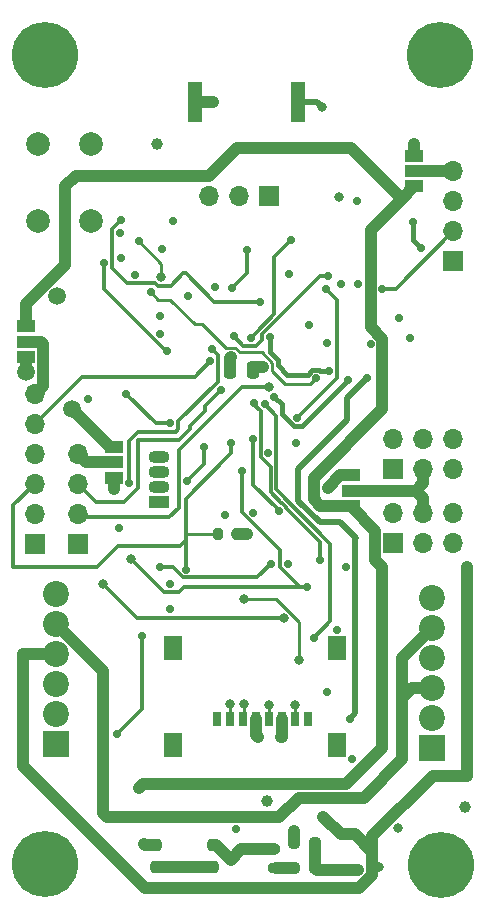
<source format=gbr>
%TF.GenerationSoftware,KiCad,Pcbnew,(7.0.0)*%
%TF.CreationDate,2023-07-06T10:13:40+01:00*%
%TF.ProjectId,wolf flight comp,776f6c66-2066-46c6-9967-687420636f6d,rev?*%
%TF.SameCoordinates,Original*%
%TF.FileFunction,Copper,L4,Bot*%
%TF.FilePolarity,Positive*%
%FSLAX46Y46*%
G04 Gerber Fmt 4.6, Leading zero omitted, Abs format (unit mm)*
G04 Created by KiCad (PCBNEW (7.0.0)) date 2023-07-06 10:13:40*
%MOMM*%
%LPD*%
G01*
G04 APERTURE LIST*
G04 Aperture macros list*
%AMRoundRect*
0 Rectangle with rounded corners*
0 $1 Rounding radius*
0 $2 $3 $4 $5 $6 $7 $8 $9 X,Y pos of 4 corners*
0 Add a 4 corners polygon primitive as box body*
4,1,4,$2,$3,$4,$5,$6,$7,$8,$9,$2,$3,0*
0 Add four circle primitives for the rounded corners*
1,1,$1+$1,$2,$3*
1,1,$1+$1,$4,$5*
1,1,$1+$1,$6,$7*
1,1,$1+$1,$8,$9*
0 Add four rect primitives between the rounded corners*
20,1,$1+$1,$2,$3,$4,$5,0*
20,1,$1+$1,$4,$5,$6,$7,0*
20,1,$1+$1,$6,$7,$8,$9,0*
20,1,$1+$1,$8,$9,$2,$3,0*%
G04 Aperture macros list end*
%TA.AperFunction,ComponentPad*%
%ADD10R,1.700000X1.700000*%
%TD*%
%TA.AperFunction,ComponentPad*%
%ADD11O,1.700000X1.700000*%
%TD*%
%TA.AperFunction,ComponentPad*%
%ADD12R,2.200000X2.200000*%
%TD*%
%TA.AperFunction,ComponentPad*%
%ADD13C,2.200000*%
%TD*%
%TA.AperFunction,ComponentPad*%
%ADD14C,5.600000*%
%TD*%
%TA.AperFunction,ComponentPad*%
%ADD15R,1.800000X1.070000*%
%TD*%
%TA.AperFunction,ComponentPad*%
%ADD16O,1.800000X1.070000*%
%TD*%
%TA.AperFunction,ComponentPad*%
%ADD17C,2.000000*%
%TD*%
%TA.AperFunction,SMDPad,CuDef*%
%ADD18RoundRect,0.237500X0.237500X-0.250000X0.237500X0.250000X-0.237500X0.250000X-0.237500X-0.250000X0*%
%TD*%
%TA.AperFunction,SMDPad,CuDef*%
%ADD19R,1.500000X1.000000*%
%TD*%
%TA.AperFunction,SMDPad,CuDef*%
%ADD20RoundRect,0.200000X-0.200000X-0.275000X0.200000X-0.275000X0.200000X0.275000X-0.200000X0.275000X0*%
%TD*%
%TA.AperFunction,SMDPad,CuDef*%
%ADD21R,1.500000X2.000000*%
%TD*%
%TA.AperFunction,SMDPad,CuDef*%
%ADD22R,0.800000X1.200000*%
%TD*%
%TA.AperFunction,SMDPad,CuDef*%
%ADD23RoundRect,0.200000X0.275000X-0.200000X0.275000X0.200000X-0.275000X0.200000X-0.275000X-0.200000X0*%
%TD*%
%TA.AperFunction,SMDPad,CuDef*%
%ADD24RoundRect,0.250000X0.250000X0.475000X-0.250000X0.475000X-0.250000X-0.475000X0.250000X-0.475000X0*%
%TD*%
%TA.AperFunction,SMDPad,CuDef*%
%ADD25RoundRect,0.237500X0.250000X0.237500X-0.250000X0.237500X-0.250000X-0.237500X0.250000X-0.237500X0*%
%TD*%
%TA.AperFunction,SMDPad,CuDef*%
%ADD26RoundRect,0.237500X-0.250000X-0.237500X0.250000X-0.237500X0.250000X0.237500X-0.250000X0.237500X0*%
%TD*%
%TA.AperFunction,SMDPad,CuDef*%
%ADD27R,1.300000X3.400000*%
%TD*%
%TA.AperFunction,SMDPad,CuDef*%
%ADD28RoundRect,0.237500X-0.237500X0.250000X-0.237500X-0.250000X0.237500X-0.250000X0.237500X0.250000X0*%
%TD*%
%TA.AperFunction,ViaPad*%
%ADD29C,0.700000*%
%TD*%
%TA.AperFunction,ViaPad*%
%ADD30C,1.000000*%
%TD*%
%TA.AperFunction,ViaPad*%
%ADD31C,0.800000*%
%TD*%
%TA.AperFunction,ViaPad*%
%ADD32C,1.500000*%
%TD*%
%TA.AperFunction,Conductor*%
%ADD33C,0.300000*%
%TD*%
%TA.AperFunction,Conductor*%
%ADD34C,1.000000*%
%TD*%
%TA.AperFunction,Conductor*%
%ADD35C,0.508000*%
%TD*%
%TA.AperFunction,Conductor*%
%ADD36C,0.254000*%
%TD*%
%TA.AperFunction,Conductor*%
%ADD37C,0.250000*%
%TD*%
%TA.AperFunction,Conductor*%
%ADD38C,0.400000*%
%TD*%
G04 APERTURE END LIST*
D10*
%TO.P,J10,1,Pin_1*%
%TO.N,GND*%
X181999999Y-75879999D03*
D11*
%TO.P,J10,2,Pin_2*%
%TO.N,SDA*%
X181999999Y-73339999D03*
%TO.P,J10,3,Pin_3*%
%TO.N,SCL*%
X181999999Y-70799999D03*
%TO.P,J10,4,Pin_4*%
%TO.N,I2C POWER*%
X181999999Y-68259999D03*
%TD*%
D12*
%TO.P,J7,1,Pin_1*%
%TO.N,+BATT*%
X180212999Y-117093999D03*
D13*
%TO.P,J7,2,Pin_2*%
%TO.N,GND*%
X180213000Y-114554000D03*
%TO.P,J7,3,Pin_3*%
%TO.N,ARM-*%
X180213000Y-112014000D03*
%TO.P,J7,4,Pin_4*%
%TO.N,P1-*%
X180213000Y-109474000D03*
%TO.P,J7,5,Pin_5*%
%TO.N,ARM-*%
X180213000Y-106934000D03*
%TO.P,J7,6,Pin_6*%
%TO.N,P2-*%
X180213000Y-104394000D03*
%TD*%
D10*
%TO.P,J6,1,Pin_1*%
%TO.N,SERVO1*%
X176910999Y-99694999D03*
D11*
%TO.P,J6,2,Pin_2*%
%TO.N,SERVO2*%
X176910999Y-97154999D03*
%TO.P,J6,3,Pin_3*%
%TO.N,SERVO POWER*%
X179450999Y-99694999D03*
%TO.P,J6,4,Pin_4*%
X179450999Y-97154999D03*
%TO.P,J6,5,Pin_5*%
%TO.N,GND*%
X181990999Y-99694999D03*
%TO.P,J6,6,Pin_6*%
X181990999Y-97154999D03*
%TD*%
D10*
%TO.P,J2,1,Pin_1*%
%TO.N,GND*%
X150240999Y-99821999D03*
D11*
%TO.P,J2,2,Pin_2*%
%TO.N,USART1 TX*%
X150240999Y-97281999D03*
%TO.P,J2,3,Pin_3*%
%TO.N,USART1 RX*%
X150240999Y-94741999D03*
%TO.P,J2,4,Pin_4*%
%TO.N,UART POWER*%
X150240999Y-92201999D03*
%TD*%
D14*
%TO.P,H4,1,1*%
%TO.N,GND*%
X147447000Y-126873000D03*
%TD*%
D15*
%TO.P,D2,1,RA*%
%TO.N,LED RED*%
X157098999Y-96265999D03*
D16*
%TO.P,D2,2,BA*%
%TO.N,LED GREEN*%
X157098999Y-94995999D03*
%TO.P,D2,3,K*%
%TO.N,Net-(D2-K)*%
X157098999Y-93725999D03*
%TO.P,D2,4,GA*%
%TO.N,LED BLUE*%
X157098999Y-92455999D03*
%TD*%
D10*
%TO.P,J5,1,Pin_1*%
%TO.N,SERVO3*%
X176910999Y-93471999D03*
D11*
%TO.P,J5,2,Pin_2*%
%TO.N,SERVO4*%
X176910999Y-90931999D03*
%TO.P,J5,3,Pin_3*%
%TO.N,SERVO POWER*%
X179450999Y-93471999D03*
%TO.P,J5,4,Pin_4*%
X179450999Y-90931999D03*
%TO.P,J5,5,Pin_5*%
%TO.N,GND*%
X181990999Y-93471999D03*
%TO.P,J5,6,Pin_6*%
X181990999Y-90931999D03*
%TD*%
D10*
%TO.P,J3,1,Pin_1*%
%TO.N,GND*%
X146557999Y-99821999D03*
D11*
%TO.P,J3,2,Pin_2*%
%TO.N,MOSI*%
X146557999Y-97281999D03*
%TO.P,J3,3,Pin_3*%
%TO.N,MISO*%
X146557999Y-94741999D03*
%TO.P,J3,4,Pin_4*%
%TO.N,SCK*%
X146557999Y-92201999D03*
%TO.P,J3,5,Pin_5*%
%TO.N,CS BRKOUT*%
X146557999Y-89661999D03*
%TO.P,J3,6,Pin_6*%
%TO.N,SPI POWER*%
X146557999Y-87121999D03*
%TD*%
D12*
%TO.P,J4,1,Pin_1*%
%TO.N,PB2*%
X148335999Y-116712999D03*
D13*
%TO.P,J4,2,Pin_2*%
%TO.N,+3V3*%
X148336000Y-114173000D03*
%TO.P,J4,3,Pin_3*%
%TO.N,GND*%
X148336000Y-111633000D03*
%TO.P,J4,4,Pin_4*%
%TO.N,+12V*%
X148336000Y-109093000D03*
%TO.P,J4,5,Pin_5*%
%TO.N,ARM-*%
X148336000Y-106553000D03*
%TO.P,J4,6,Pin_6*%
%TO.N,PC14*%
X148336000Y-104013000D03*
%TD*%
D10*
%TO.P,J9,1,Pin_1*%
%TO.N,GND*%
X166369999Y-70357999D03*
D11*
%TO.P,J9,2,Pin_2*%
%TO.N,Net-(J9-Pin_2)*%
X163829999Y-70357999D03*
%TO.P,J9,3,Pin_3*%
%TO.N,+3V3*%
X161289999Y-70357999D03*
%TD*%
D14*
%TO.P,H1,1,1*%
%TO.N,GND*%
X180975000Y-127000000D03*
%TD*%
%TO.P,H2,1,1*%
%TO.N,GND*%
X147447000Y-58420000D03*
%TD*%
%TO.P,H3,1,1*%
%TO.N,GND*%
X180848000Y-58420000D03*
%TD*%
D17*
%TO.P,SW1,1,1*%
%TO.N,GND*%
X146848000Y-72465000D03*
X146848000Y-65965000D03*
%TO.P,SW1,2,2*%
%TO.N,RESET*%
X151348000Y-72465000D03*
X151348000Y-65965000D03*
%TD*%
D18*
%TO.P,R2,1*%
%TO.N,Net-(U2-ADJ)*%
X161671000Y-127150500D03*
%TO.P,R2,2*%
%TO.N,GND*%
X161671000Y-125325500D03*
%TD*%
D19*
%TO.P,JP2,1,A*%
%TO.N,+3V3*%
X153249999Y-94199999D03*
%TO.P,JP2,2,C*%
%TO.N,UART POWER*%
X153249999Y-92899999D03*
%TO.P,JP2,3,B*%
%TO.N,+5V*%
X153249999Y-91599999D03*
%TD*%
D20*
%TO.P,R15,1*%
%TO.N,MISO*%
X162050000Y-98950000D03*
%TO.P,R15,2*%
%TO.N,GND*%
X163700000Y-98950000D03*
%TD*%
D19*
%TO.P,JP4,1,A*%
%TO.N,+3V3*%
X178699999Y-66949999D03*
%TO.P,JP4,2,C*%
%TO.N,I2C POWER*%
X178699999Y-68249999D03*
%TO.P,JP4,3,B*%
%TO.N,+5V*%
X178699999Y-69549999D03*
%TD*%
D21*
%TO.P,J8,MP1,MP1*%
%TO.N,unconnected-(J8-PadMP1)*%
X172171999Y-116838999D03*
%TO.P,J8,MP2,MP2*%
%TO.N,unconnected-(J8-PadMP2)*%
X158281999Y-116838999D03*
%TO.P,J8,MP3,MP3*%
%TO.N,unconnected-(J8-PadMP3)*%
X158281999Y-108638999D03*
%TO.P,J8,MP4,MP4*%
%TO.N,unconnected-(J8-PadMP4)*%
X172171999Y-108638999D03*
D22*
%TO.P,J8,P1,DAT2*%
%TO.N,unconnected-(J8-DAT2-PadP1)*%
X162001999Y-114638999D03*
%TO.P,J8,P2,CD/DAT3*%
%TO.N,Net-(J8-CD{slash}DAT3)*%
X163101999Y-114638999D03*
%TO.P,J8,P3,CMD*%
%TO.N,Net-(J8-CMD)*%
X164201999Y-114638999D03*
%TO.P,J8,P4,VDD*%
%TO.N,+3V3*%
X165301999Y-114638999D03*
%TO.P,J8,P5,CLK*%
%TO.N,Net-(J8-CLK)*%
X166401999Y-114638999D03*
%TO.P,J8,P6,VSS*%
%TO.N,GND*%
X167501999Y-114638999D03*
%TO.P,J8,P7,DAT0*%
%TO.N,Net-(J8-DAT0)*%
X168601999Y-114638999D03*
%TO.P,J8,P8,DAT1*%
%TO.N,unconnected-(J8-DAT1-PadP8)*%
X169701999Y-114638999D03*
%TD*%
D23*
%TO.P,R24,1*%
%TO.N,Net-(R1-Pad2)*%
X166850000Y-127275000D03*
%TO.P,R24,2*%
%TO.N,GND*%
X166850000Y-125625000D03*
%TD*%
D24*
%TO.P,C13,1*%
%TO.N,GND*%
X165034000Y-85090000D03*
%TO.P,C13,2*%
%TO.N,+3V3*%
X163134000Y-85090000D03*
%TD*%
D25*
%TO.P,R1,1*%
%TO.N,Net-(U1-ADJ)*%
X170330500Y-127254000D03*
%TO.P,R1,2*%
%TO.N,Net-(R1-Pad2)*%
X168505500Y-127254000D03*
%TD*%
D19*
%TO.P,JP3,1,A*%
%TO.N,+3V3*%
X145849999Y-83999999D03*
%TO.P,JP3,2,C*%
%TO.N,SPI POWER*%
X145849999Y-82699999D03*
%TO.P,JP3,3,B*%
%TO.N,+5V*%
X145849999Y-81399999D03*
%TD*%
%TO.P,JP1,1,A*%
%TO.N,+12V*%
X173299999Y-93999999D03*
%TO.P,JP1,2,C*%
%TO.N,SERVO POWER*%
X173299999Y-95299999D03*
%TO.P,JP1,3,B*%
%TO.N,+5V*%
X173299999Y-96599999D03*
%TD*%
D26*
%TO.P,R4,1*%
%TO.N,+3V3*%
X168505500Y-125095000D03*
%TO.P,R4,2*%
%TO.N,Net-(U1-ADJ)*%
X170330500Y-125095000D03*
%TD*%
D27*
%TO.P,LS1,1,+*%
%TO.N,BUZZER*%
X168849999Y-62399999D03*
%TO.P,LS1,2,-*%
%TO.N,GND*%
X160149999Y-62399999D03*
%TD*%
D28*
%TO.P,R5,1*%
%TO.N,+5V*%
X156845000Y-125325500D03*
%TO.P,R5,2*%
%TO.N,Net-(U2-ADJ)*%
X156845000Y-127150500D03*
%TD*%
D29*
%TO.N,GND*%
X171323000Y-112369600D03*
X161800000Y-78050000D03*
X158038800Y-105359200D03*
X172135800Y-107137200D03*
X166350000Y-92150000D03*
D30*
X183000000Y-122100000D03*
D29*
X153850000Y-75600000D03*
X158050000Y-89611200D03*
D30*
X161650000Y-62400000D03*
D29*
X163144200Y-126542800D03*
X171336459Y-82786459D03*
D31*
X177350000Y-123850000D03*
D29*
X173950000Y-77800000D03*
D32*
X148463000Y-78841600D03*
D29*
X163626800Y-123952000D03*
X162687000Y-97358200D03*
X178300000Y-82400000D03*
X165900000Y-84800000D03*
X164550000Y-98950000D03*
X154300000Y-87100000D03*
X172950000Y-101800000D03*
X173385891Y-118024223D03*
X153700000Y-98450000D03*
X157302200Y-74828400D03*
X157150000Y-80500000D03*
X175000000Y-82900000D03*
X153750000Y-73500000D03*
D31*
X172300000Y-70450000D03*
D30*
X167450000Y-116200000D03*
D29*
%TO.N,+5V*%
X155778200Y-125247400D03*
X145850000Y-79474701D03*
D32*
X149700000Y-88350000D03*
D30*
X155400000Y-120500000D03*
%TO.N,+12V*%
X171350000Y-95100000D03*
D31*
X175700000Y-127150000D03*
D30*
X171000000Y-122900000D03*
X183150000Y-101750000D03*
%TO.N,+3V3*%
X178700000Y-65950000D03*
D29*
X169750000Y-81250000D03*
X159500000Y-78850000D03*
X173850000Y-70800000D03*
X168700000Y-91300000D03*
X165076608Y-97177314D03*
X151050000Y-87550000D03*
X158250000Y-72500000D03*
D30*
X165500000Y-116150000D03*
D32*
X145850500Y-85250000D03*
D29*
X157150000Y-82050000D03*
X153250000Y-95150000D03*
X168000000Y-101500000D03*
D30*
X166250000Y-121550000D03*
X156900000Y-65950000D03*
D29*
X163200000Y-84000000D03*
X177400000Y-80700000D03*
X168050000Y-76950000D03*
X168500000Y-124102000D03*
X172450000Y-77800000D03*
X155050000Y-77050000D03*
X158000000Y-103200000D03*
%TO.N,Net-(U1-ADJ)*%
X173950000Y-127400000D03*
%TO.N,BOOT0*%
X163300000Y-78150000D03*
X164550000Y-74900000D03*
%TO.N,VBUS*%
X174700000Y-85800000D03*
X173250000Y-114600000D03*
%TO.N,LED RED*%
X160900000Y-91650000D03*
X159449500Y-94500000D03*
%TO.N,SCK*%
X169600000Y-103450000D03*
D31*
X154750000Y-101100000D03*
D29*
X164100000Y-93600000D03*
%TO.N,MISO*%
X159350000Y-102000000D03*
D31*
X164250000Y-104500000D03*
D29*
X163200000Y-91250000D03*
D31*
X168925000Y-109625000D03*
%TO.N,MOSI*%
X167650000Y-106100000D03*
X152300000Y-103200000D03*
%TO.N,USART1 TX*%
X166400000Y-86500000D03*
D29*
%TO.N,USART1 RX*%
X162350000Y-86800000D03*
%TO.N,SCL*%
X153850000Y-72400000D03*
X165600000Y-79300000D03*
%TO.N,SDA*%
X175999500Y-78200000D03*
D31*
%TO.N,BUZZER*%
X170900000Y-62800000D03*
D29*
X179250000Y-74800000D03*
X178550000Y-72600000D03*
X166850000Y-87350000D03*
X173100000Y-85900000D03*
%TO.N,ACCEL INT1*%
X152400000Y-76000000D03*
X157800000Y-83500000D03*
%TO.N,BARO INT*%
X170350000Y-85800000D03*
X155350000Y-74200000D03*
D31*
X157250000Y-77250500D03*
D29*
X156400000Y-78500000D03*
%TO.N,ACCEL INT2*%
X164850000Y-82350000D03*
X168250000Y-74100000D03*
%TO.N,GYRO INT4*%
X168800000Y-89150000D03*
X171200000Y-78200500D03*
%TO.N,GYRO INT3*%
X163400000Y-82250000D03*
X171400000Y-77100000D03*
%TO.N,SERVO4*%
X166450000Y-82300000D03*
X171500000Y-85150000D03*
%TO.N,P2 EN*%
X165150000Y-87900000D03*
X170750000Y-101200000D03*
%TO.N,P1 EN*%
X170174276Y-107760372D03*
X166029763Y-87992590D03*
D31*
%TO.N,Net-(J8-CD{slash}DAT3)*%
X163100000Y-113400000D03*
%TO.N,Net-(J8-CMD)*%
X164250000Y-113400000D03*
%TO.N,Net-(J8-CLK)*%
X166400000Y-113450000D03*
%TO.N,Net-(J8-DAT0)*%
X168600000Y-113450000D03*
D29*
%TO.N,Net-(U2-ADJ)*%
X160600000Y-127200000D03*
%TO.N,CS BRKOUT*%
X161400000Y-84350000D03*
%TO.N,PC14*%
X154500000Y-94650000D03*
X161550000Y-83350000D03*
%TO.N,PB2*%
X155650000Y-107600000D03*
X167208931Y-96991069D03*
X166550000Y-101500000D03*
X165050500Y-90900000D03*
X157200000Y-101800000D03*
X153550000Y-115900000D03*
%TD*%
D33*
%TO.N,GND*%
X156811200Y-89611200D02*
X158050000Y-89611200D01*
D34*
X163700000Y-98950000D02*
X164550000Y-98950000D01*
X160150000Y-62400000D02*
X161650000Y-62400000D01*
X161926900Y-125325500D02*
X163144200Y-126542800D01*
X167502000Y-116148000D02*
X167502000Y-114639000D01*
X164062000Y-125625000D02*
X163144200Y-126542800D01*
X167450000Y-116200000D02*
X167502000Y-116148000D01*
X165324000Y-84800000D02*
X165034000Y-85090000D01*
D33*
X154300000Y-87100000D02*
X156811200Y-89611200D01*
D34*
X166850000Y-125625000D02*
X164062000Y-125625000D01*
X161671000Y-125325500D02*
X161926900Y-125325500D01*
X165900000Y-84800000D02*
X165324000Y-84800000D01*
%TO.N,+5V*%
X155400000Y-120500000D02*
X155750000Y-120150000D01*
X156845000Y-125325500D02*
X155856300Y-125325500D01*
X170200000Y-96050000D02*
X170200000Y-94200000D01*
X152950000Y-91600000D02*
X153250000Y-91600000D01*
X149150000Y-69520000D02*
X149150000Y-76174701D01*
X177625000Y-70625000D02*
X173300000Y-66300000D01*
X155750000Y-120150000D02*
X172907014Y-120150000D01*
X176000000Y-82485786D02*
X175000000Y-81485786D01*
X177625000Y-70625000D02*
X178700000Y-69550000D01*
X170200000Y-94200000D02*
X176000000Y-88400000D01*
X176000000Y-117057014D02*
X176000000Y-101784000D01*
X175000000Y-73250000D02*
X177625000Y-70625000D01*
X173300000Y-96600000D02*
X170750000Y-96600000D01*
X149700000Y-88350000D02*
X152950000Y-91600000D01*
X172907014Y-120150000D02*
X176000000Y-117057014D01*
X161350000Y-68650000D02*
X150020000Y-68650000D01*
X155856300Y-125325500D02*
X155778200Y-125247400D01*
X175000000Y-81485786D02*
X175000000Y-73250000D01*
X175411000Y-101195000D02*
X175411000Y-98711000D01*
X150020000Y-68650000D02*
X149150000Y-69520000D01*
X175411000Y-98711000D02*
X173300000Y-96600000D01*
X176000000Y-88400000D02*
X176000000Y-82485786D01*
X170750000Y-96600000D02*
X170200000Y-96050000D01*
X145850000Y-79474701D02*
X145850000Y-81400000D01*
X173300000Y-66300000D02*
X163700000Y-66300000D01*
X149150000Y-76174701D02*
X145850000Y-79474701D01*
X163700000Y-66300000D02*
X161350000Y-68650000D01*
X176000000Y-101784000D02*
X175411000Y-101195000D01*
%TO.N,+12V*%
X175150000Y-125900000D02*
X175150000Y-124565075D01*
X172500000Y-124400000D02*
X173650000Y-124400000D01*
X175150000Y-125900000D02*
X175150000Y-127826346D01*
X172400000Y-94000000D02*
X173300000Y-94000000D01*
X173650000Y-124400000D02*
X175150000Y-125900000D01*
X145600000Y-109150000D02*
X145657000Y-109093000D01*
X180265075Y-119450000D02*
X183200000Y-119450000D01*
X171350000Y-95050000D02*
X172400000Y-94000000D01*
X171000000Y-122900000D02*
X172500000Y-124400000D01*
X145657000Y-109093000D02*
X148336000Y-109093000D01*
X183200000Y-101800000D02*
X183150000Y-101750000D01*
X175150000Y-124565075D02*
X180265075Y-119450000D01*
X183200000Y-119450000D02*
X183200000Y-101800000D01*
X174026346Y-128950000D02*
X155900000Y-128950000D01*
X145600000Y-118650000D02*
X145600000Y-109150000D01*
X175150000Y-127826346D02*
X174026346Y-128950000D01*
X171350000Y-95100000D02*
X171350000Y-95050000D01*
X155900000Y-128950000D02*
X145600000Y-118650000D01*
%TO.N,+3V3*%
X168505500Y-124107500D02*
X168500000Y-124102000D01*
X168505500Y-125095000D02*
X168505500Y-124107500D01*
X163134000Y-85090000D02*
X163134000Y-84066000D01*
X163134000Y-84066000D02*
X163200000Y-84000000D01*
X165302000Y-115952000D02*
X165500000Y-116150000D01*
X145850000Y-84000000D02*
X145850000Y-85249500D01*
X153250000Y-95150000D02*
X153250000Y-94200000D01*
X145850000Y-85249500D02*
X145850500Y-85250000D01*
X165302000Y-114639000D02*
X165302000Y-115952000D01*
X178700000Y-66950000D02*
X178700000Y-65950000D01*
%TO.N,Net-(U1-ADJ)*%
X170476500Y-127400000D02*
X170330500Y-127254000D01*
X173950000Y-127400000D02*
X170476500Y-127400000D01*
X170330500Y-127254000D02*
X170330500Y-125095000D01*
D33*
%TO.N,BOOT0*%
X163300000Y-78150000D02*
X164550000Y-76900000D01*
X164550000Y-76900000D02*
X164550000Y-74900000D01*
D35*
%TO.N,VBUS*%
X173750000Y-99350000D02*
X172400000Y-98000000D01*
X173250000Y-114600000D02*
X173704000Y-114146000D01*
X173704000Y-99396000D02*
X173750000Y-99350000D01*
X172400000Y-98000000D02*
X170700000Y-98000000D01*
X173000000Y-87500000D02*
X174700000Y-85800000D01*
X173704000Y-114146000D02*
X173704000Y-99396000D01*
X168850000Y-93450000D02*
X173000000Y-89300000D01*
X168850000Y-96150000D02*
X168850000Y-93450000D01*
X170700000Y-98000000D02*
X168850000Y-96150000D01*
X173000000Y-89300000D02*
X173000000Y-87500000D01*
D33*
%TO.N,LED RED*%
X160900000Y-91650000D02*
X160900000Y-93049500D01*
X160900000Y-93049500D02*
X159449500Y-94500000D01*
%TO.N,SCK*%
X158769239Y-103850000D02*
X157500000Y-103850000D01*
X164100000Y-93600000D02*
X164100000Y-97119239D01*
X167350000Y-100350000D02*
X167350000Y-101769239D01*
X164100000Y-97119239D02*
X164830761Y-97850000D01*
X164850000Y-97850000D02*
X167350000Y-100350000D01*
X167350000Y-101769239D02*
X169030761Y-103450000D01*
X157500000Y-103850000D02*
X154750000Y-101100000D01*
X164830761Y-97850000D02*
X164850000Y-97850000D01*
X169600000Y-103450000D02*
X159169239Y-103450000D01*
X159169239Y-103450000D02*
X158769239Y-103850000D01*
X169030761Y-103450000D02*
X169600000Y-103450000D01*
%TO.N,MISO*%
X162878000Y-92456000D02*
X159350000Y-95984000D01*
X151850000Y-101750000D02*
X144750000Y-101750000D01*
D36*
X159400000Y-98950000D02*
X159350000Y-99000000D01*
X162050000Y-98950000D02*
X159400000Y-98950000D01*
D33*
X163200000Y-92134000D02*
X162878000Y-92456000D01*
X158900000Y-99950000D02*
X153650000Y-99950000D01*
X159350000Y-99500000D02*
X159350000Y-102000000D01*
X144750000Y-101750000D02*
X144750000Y-96550000D01*
X163200000Y-91250000D02*
X163200000Y-92134000D01*
X159350000Y-99500000D02*
X158900000Y-99950000D01*
X159350000Y-99000000D02*
X159350000Y-99500000D01*
X153650000Y-99950000D02*
X151850000Y-101750000D01*
D37*
X168925000Y-106420405D02*
X167004595Y-104500000D01*
D33*
X144750000Y-96550000D02*
X146558000Y-94742000D01*
D37*
X167004595Y-104500000D02*
X164250000Y-104500000D01*
D33*
X159350000Y-95984000D02*
X159350000Y-99000000D01*
D37*
X168925000Y-109625000D02*
X168925000Y-106420405D01*
D33*
%TO.N,MOSI*%
X167650000Y-106100000D02*
X155200000Y-106100000D01*
X155200000Y-106100000D02*
X152300000Y-103200000D01*
D34*
%TO.N,ARM-*%
X168900000Y-121300000D02*
X174400000Y-121300000D01*
X177650000Y-109497000D02*
X180213000Y-106934000D01*
X177650000Y-112850000D02*
X178486000Y-112014000D01*
X174400000Y-121300000D02*
X177650000Y-118050000D01*
X167248000Y-122952000D02*
X168900000Y-121300000D01*
X152350000Y-110567000D02*
X152350000Y-122600000D01*
X152702000Y-122952000D02*
X167248000Y-122952000D01*
X148336000Y-106553000D02*
X152350000Y-110567000D01*
X177650000Y-112850000D02*
X177650000Y-109497000D01*
X152350000Y-122600000D02*
X152702000Y-122952000D01*
X178486000Y-112014000D02*
X180213000Y-112014000D01*
X177650000Y-118050000D02*
X177650000Y-112850000D01*
D33*
%TO.N,USART1 TX*%
X164150000Y-86500000D02*
X158750000Y-91900000D01*
X166400000Y-86500000D02*
X164150000Y-86500000D01*
X158750000Y-91900000D02*
X158750000Y-96750000D01*
X157950000Y-97550000D02*
X150509000Y-97550000D01*
X150509000Y-97550000D02*
X150241000Y-97282000D01*
X158750000Y-96750000D02*
X157950000Y-97550000D01*
%TO.N,USART1 RX*%
X155300000Y-91000000D02*
X155300000Y-95100000D01*
X155300000Y-95100000D02*
X154150000Y-96250000D01*
X159748400Y-89801600D02*
X159748400Y-90066835D01*
X158815235Y-91000000D02*
X155300000Y-91000000D01*
X162350000Y-86800000D02*
X161000000Y-88150000D01*
X154150000Y-96250000D02*
X151749000Y-96250000D01*
X161000000Y-88550000D02*
X159748400Y-89801600D01*
X161000000Y-88150000D02*
X161000000Y-88550000D01*
X151749000Y-96250000D02*
X150241000Y-94742000D01*
X159748400Y-90066835D02*
X158815235Y-91000000D01*
%TO.N,SCL*%
X154400000Y-77750000D02*
X153100000Y-76450000D01*
X153100000Y-76450000D02*
X153100000Y-73150000D01*
X165600000Y-79300000D02*
X161750000Y-79300000D01*
X159150000Y-76900000D02*
X158099500Y-77950500D01*
X161750000Y-79300000D02*
X159350000Y-76900000D01*
X153100000Y-73150000D02*
X153850000Y-72400000D01*
X159350000Y-76900000D02*
X159150000Y-76900000D01*
X156960050Y-77950500D02*
X156759550Y-77750000D01*
X156759550Y-77750000D02*
X154400000Y-77750000D01*
X158099500Y-77950500D02*
X156960050Y-77950500D01*
%TO.N,SDA*%
X175999500Y-78200000D02*
X177140000Y-78200000D01*
X177140000Y-78200000D02*
X182000000Y-73340000D01*
D35*
%TO.N,BUZZER*%
X170500000Y-62400000D02*
X170900000Y-62800000D01*
D38*
X178550000Y-74100000D02*
X179250000Y-74800000D01*
X178550000Y-72600000D02*
X178550000Y-74100000D01*
D35*
X168850000Y-62400000D02*
X170500000Y-62400000D01*
D38*
X173100000Y-85900000D02*
X169150000Y-89850000D01*
X168510050Y-89850000D02*
X167500000Y-88839950D01*
X169150000Y-89850000D02*
X168510050Y-89850000D01*
X167500000Y-88839950D02*
X167500000Y-88000000D01*
X167500000Y-88000000D02*
X166850000Y-87350000D01*
D33*
%TO.N,ACCEL INT1*%
X152400000Y-78219239D02*
X152400000Y-76000000D01*
X157800000Y-83500000D02*
X157680761Y-83500000D01*
X157680761Y-83500000D02*
X152400000Y-78219239D01*
D36*
%TO.N,BARO INT*%
X167750000Y-86250000D02*
X166677000Y-85177000D01*
X157023000Y-79123000D02*
X156400000Y-78500000D01*
X158023000Y-79123000D02*
X157023000Y-79123000D01*
X155350000Y-74200000D02*
X157250000Y-76100000D01*
X163898844Y-83600000D02*
X163521844Y-83223000D01*
X162723000Y-83223000D02*
X160700000Y-81200000D01*
X169900000Y-86250000D02*
X167750000Y-86250000D01*
X160700000Y-81200000D02*
X160100000Y-81200000D01*
X160100000Y-81200000D02*
X158023000Y-79123000D01*
X170350000Y-85800000D02*
X169900000Y-86250000D01*
X166677000Y-84478156D02*
X165798844Y-83600000D01*
X166677000Y-85177000D02*
X166677000Y-84478156D01*
X163521844Y-83223000D02*
X162723000Y-83223000D01*
X157250000Y-76100000D02*
X157250000Y-77250500D01*
X165798844Y-83600000D02*
X163898844Y-83600000D01*
D33*
%TO.N,ACCEL INT2*%
X165350000Y-81850000D02*
X165350000Y-81844365D01*
X166850000Y-80344365D02*
X166850000Y-75500000D01*
X164850000Y-82350000D02*
X165350000Y-81850000D01*
X166850000Y-75500000D02*
X168250000Y-74100000D01*
X165350000Y-81844365D02*
X166850000Y-80344365D01*
%TO.N,GYRO INT4*%
X172150000Y-79150500D02*
X172150000Y-85800000D01*
X171200000Y-78200500D02*
X172150000Y-79150500D01*
X172150000Y-85800000D02*
X168800000Y-89150000D01*
%TO.N,GYRO INT3*%
X164198643Y-83048643D02*
X163400000Y-82250000D01*
X165324357Y-83048643D02*
X164198643Y-83048643D01*
X171400000Y-77100000D02*
X170730761Y-77100000D01*
X165800000Y-82030761D02*
X165800000Y-82573000D01*
X170730761Y-77100000D02*
X165800000Y-82030761D01*
X165800000Y-82573000D02*
X165324357Y-83048643D01*
D38*
%TO.N,SERVO4*%
X167154000Y-84280576D02*
X166450000Y-83576576D01*
X170639950Y-85100000D02*
X170060050Y-85100000D01*
X170060050Y-85100000D02*
X169660050Y-85500000D01*
X169660050Y-85500000D02*
X167950000Y-85500000D01*
X167950000Y-85500000D02*
X167154000Y-84704000D01*
X171500000Y-85150000D02*
X170689950Y-85150000D01*
X167154000Y-84704000D02*
X167154000Y-84280576D01*
X170689950Y-85150000D02*
X170639950Y-85100000D01*
X166450000Y-83576576D02*
X166450000Y-82300000D01*
D33*
%TO.N,P2 EN*%
X165150000Y-88032066D02*
X165700000Y-88582066D01*
X167478170Y-96341069D02*
X167858931Y-96721830D01*
X167441069Y-96341069D02*
X167478170Y-96341069D01*
X166550000Y-93269239D02*
X166550000Y-95450000D01*
X166550000Y-95450000D02*
X167441069Y-96341069D01*
X165150000Y-87900000D02*
X165150000Y-88032066D01*
X167858931Y-96721830D02*
X167858931Y-96758931D01*
X170750000Y-99650000D02*
X170750000Y-101200000D01*
X165700000Y-88582066D02*
X165700000Y-92419239D01*
X165700000Y-92419239D02*
X166550000Y-93269239D01*
X167858931Y-96758931D02*
X170750000Y-99650000D01*
%TO.N,P1 EN*%
X167000000Y-95200000D02*
X171600000Y-99800000D01*
X171600000Y-106334648D02*
X170174276Y-107760372D01*
X171600000Y-99800000D02*
X171600000Y-106334648D01*
X166029763Y-87992590D02*
X167000000Y-88962827D01*
X167000000Y-88962827D02*
X167000000Y-95200000D01*
D37*
%TO.N,Net-(J8-CD{slash}DAT3)*%
X163100000Y-113400000D02*
X163100000Y-114637000D01*
X163100000Y-114637000D02*
X163102000Y-114639000D01*
%TO.N,Net-(J8-CMD)*%
X164250000Y-113400000D02*
X164250000Y-114591000D01*
X164250000Y-114591000D02*
X164202000Y-114639000D01*
%TO.N,Net-(J8-CLK)*%
X166400000Y-113450000D02*
X166400000Y-114637000D01*
X166400000Y-114637000D02*
X166402000Y-114639000D01*
%TO.N,Net-(J8-DAT0)*%
X168600000Y-113450000D02*
X168600000Y-114637000D01*
X168600000Y-114637000D02*
X168602000Y-114639000D01*
D34*
%TO.N,Net-(U2-ADJ)*%
X159258000Y-127150500D02*
X156845000Y-127150500D01*
X161671000Y-127150500D02*
X159258000Y-127150500D01*
D33*
%TO.N,CS BRKOUT*%
X160100000Y-85650000D02*
X150570000Y-85650000D01*
X161400000Y-84350000D02*
X160100000Y-85650000D01*
X150570000Y-85650000D02*
X146558000Y-89662000D01*
%TO.N,PC14*%
X161550000Y-83350000D02*
X162050000Y-83850000D01*
X154500000Y-91092893D02*
X154500000Y-94650000D01*
X158729064Y-89430986D02*
X158729064Y-90070936D01*
X155292893Y-90300000D02*
X154500000Y-91092893D01*
X158729064Y-90070936D02*
X158500000Y-90300000D01*
X162050000Y-86110050D02*
X158729064Y-89430986D01*
X158500000Y-90300000D02*
X155292893Y-90300000D01*
X162050000Y-83850000D02*
X162050000Y-86110050D01*
D34*
%TO.N,Net-(R1-Pad2)*%
X167021000Y-127254000D02*
X167000000Y-127275000D01*
X168505500Y-127254000D02*
X167021000Y-127254000D01*
%TO.N,UART POWER*%
X153250000Y-92900000D02*
X150939000Y-92900000D01*
X150939000Y-92900000D02*
X150241000Y-92202000D01*
%TO.N,SERVO POWER*%
X178825081Y-95300000D02*
X179451000Y-94674081D01*
X173300000Y-95300000D02*
X178825081Y-95300000D01*
X179451000Y-95925919D02*
X179451000Y-97155000D01*
X178825081Y-95300000D02*
X179451000Y-95925919D01*
X179451000Y-94674081D02*
X179451000Y-93472000D01*
%TO.N,SPI POWER*%
X147250000Y-82850000D02*
X147250000Y-86430000D01*
X147100000Y-82700000D02*
X147250000Y-82850000D01*
X145850000Y-82700000D02*
X147100000Y-82700000D01*
X147250000Y-86430000D02*
X146558000Y-87122000D01*
%TO.N,I2C POWER*%
X178700000Y-68250000D02*
X181990000Y-68250000D01*
X181990000Y-68250000D02*
X182000000Y-68260000D01*
D33*
%TO.N,PB2*%
X167050000Y-96800000D02*
X165050500Y-94800500D01*
X167050000Y-96832138D02*
X167050000Y-96800000D01*
X155650000Y-107600000D02*
X155650000Y-113800000D01*
X165050500Y-94800500D02*
X165050500Y-90900000D01*
X158230761Y-101800000D02*
X157200000Y-101800000D01*
X159080761Y-102650000D02*
X158230761Y-101800000D01*
X155650000Y-113800000D02*
X153550000Y-115900000D01*
X165400000Y-102650000D02*
X159080761Y-102650000D01*
X167208931Y-96991069D02*
X167050000Y-96832138D01*
X166550000Y-101500000D02*
X165400000Y-102650000D01*
%TD*%
M02*

</source>
